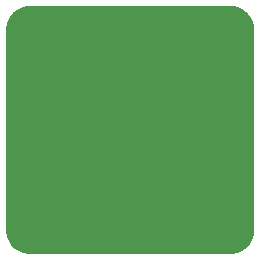
<source format=gbr>
G04 ===== Begin FILE IDENTIFICATION =====*
G04 File Format:  Gerber RS274X*
G04 ===== End FILE IDENTIFICATION =====*
%FSLAX24Y24*%
%MOIN*%
%SFA1.0000B1.0000*%
%OFA0.0B0.0*%
%ADD10C,0.000984*%
%LNboardBound*%
%IPPOS*%
%LPD*%
G75*
G36*
G01X787Y0D02*
G01X752Y1D01*
G01X717Y3D01*
G01X682Y7D01*
G01X647Y13D01*
G01X612Y20D01*
G01X578Y28D01*
G01X544Y39D01*
G01X511Y50D01*
G01X478Y63D01*
G01X446Y78D01*
G01X414Y94D01*
G01X384Y111D01*
G01X354Y130D01*
G01X325Y150D01*
G01X296Y172D01*
G01X269Y194D01*
G01X243Y218D01*
G01X218Y243D01*
G01X194Y269D01*
G01X172Y296D01*
G01X150Y325D01*
G01X130Y354D01*
G01X111Y384D01*
G01X94Y414D01*
G01X78Y446D01*
G01X63Y478D01*
G01X50Y511D01*
G01X39Y544D01*
G01X28Y578D01*
G01X20Y612D01*
G01X13Y647D01*
G01X7Y682D01*
G01X3Y717D01*
G01X1Y752D01*
G01X0Y787D01*
G01Y7480D01*
G01X1Y7516D01*
G01X3Y7551D01*
G01X7Y7586D01*
G01X13Y7621D01*
G01X20Y7656D01*
G01X28Y7690D01*
G01X39Y7724D01*
G01X50Y7757D01*
G01X63Y7790D01*
G01X78Y7822D01*
G01X94Y7853D01*
G01X111Y7884D01*
G01X130Y7914D01*
G01X150Y7943D01*
G01X172Y7971D01*
G01X194Y7998D01*
G01X218Y8024D01*
G01X243Y8049D01*
G01X269Y8073D01*
G01X296Y8096D01*
G01X325Y8117D01*
G01X354Y8137D01*
G01X384Y8156D01*
G01X414Y8174D01*
G01X446Y8190D01*
G01X478Y8204D01*
G01X511Y8218D01*
G01X544Y8229D01*
G01X578Y8239D01*
G01X612Y8248D01*
G01X647Y8255D01*
G01X682Y8261D01*
G01X717Y8265D01*
G01X752Y8267D01*
G01X787Y8268D01*
G01X7480D01*
G01X7516Y8267D01*
G01X7551Y8265D01*
G01X7586Y8261D01*
G01X7621Y8255D01*
G01X7656Y8248D01*
G01X7690Y8239D01*
G01X7724Y8229D01*
G01X7757Y8218D01*
G01X7790Y8204D01*
G01X7822Y8190D01*
G01X7853Y8174D01*
G01X7884Y8156D01*
G01X7914Y8137D01*
G01X7943Y8117D01*
G01X7971Y8096D01*
G01X7998Y8073D01*
G01X8024Y8049D01*
G01X8049Y8024D01*
G01X8073Y7998D01*
G01X8096Y7971D01*
G01X8117Y7943D01*
G01X8137Y7914D01*
G01X8156Y7884D01*
G01X8174Y7853D01*
G01X8190Y7822D01*
G01X8204Y7790D01*
G01X8218Y7757D01*
G01X8229Y7724D01*
G01X8239Y7690D01*
G01X8248Y7656D01*
G01X8255Y7621D01*
G01X8261Y7586D01*
G01X8265Y7551D01*
G01X8267Y7516D01*
G01X8268Y7480D01*
G01Y787D01*
G01X8267Y752D01*
G01X8265Y717D01*
G01X8261Y682D01*
G01X8255Y647D01*
G01X8248Y612D01*
G01X8239Y578D01*
G01X8229Y544D01*
G01X8218Y511D01*
G01X8204Y478D01*
G01X8190Y446D01*
G01X8174Y414D01*
G01X8156Y384D01*
G01X8137Y354D01*
G01X8117Y325D01*
G01X8096Y296D01*
G01X8073Y269D01*
G01X8049Y243D01*
G01X8024Y218D01*
G01X7998Y194D01*
G01X7971Y172D01*
G01X7943Y150D01*
G01X7914Y130D01*
G01X7884Y111D01*
G01X7853Y94D01*
G01X7822Y78D01*
G01X7790Y63D01*
G01X7757Y50D01*
G01X7724Y39D01*
G01X7690Y28D01*
G01X7656Y20D01*
G01X7621Y13D01*
G01X7586Y7D01*
G01X7551Y3D01*
G01X7516Y1D01*
G01X7480Y0D01*
G01X787D01*
G37*
M02*


</source>
